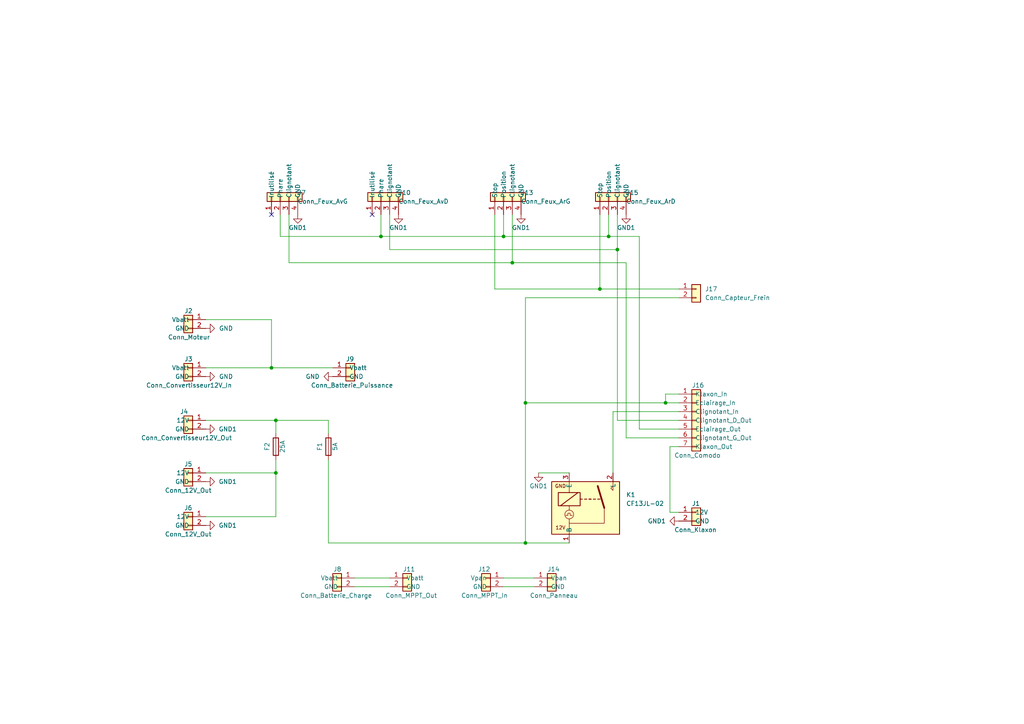
<source format=kicad_sch>
(kicad_sch (version 20211123) (generator eeschema)
  (paper "A4")
  (title_block (title "Boitier électrique vhéliotech") (date "2024-12-28") (company "Vélo solaire pour tous") (comment 1 "Licence CERN-OHL-S version 2"))
  (lib_symbols
    (symbol "Conn_Feux_Arriere_1" (pin_names (offset 1.016))
      (property "Reference" "J" (at 0 5.08 0))
      (property "Value" "Conn_Feux_Arriere_1" (at 0 -7.62 0))
      (symbol "Conn_Feux_Arriere_1_1_1"
        (rectangle (start -1.27 -4.953) (end 0 -5.207) (stroke (width 0.1524)))
        (rectangle (start -1.27 -2.413) (end 0 -2.667) (stroke (width 0.1524)))
        (rectangle (start -1.27 0.127) (end 0 -0.127) (stroke (width 0.1524)))
        (rectangle (start -1.27 2.667) (end 0 2.413) (stroke (width 0.1524)))
        (rectangle (start -1.27 3.81) (end 1.27 -6.35) (stroke (width 0.254)) (fill (type background)))
        (pin passive line (at -5.08 2.54 0) (length 3.81) (name "Stop") (number "1"))
        (pin passive line (at -5.08 0 0) (length 3.81) (name "Position") (number "2"))
        (pin passive line (at -5.08 -2.54 0) (length 3.81) (name "Clignotant") (number "3"))
        (pin power_in line (at -5.08 -5.08 0) (length 3.81) (name "GND") (number "4"))
      )
    )
    (symbol "Conn_Feux_Avant_1" (pin_names (offset 1.016))
      (property "Reference" "J" (at 0 5.08 0))
      (property "Value" "Conn_Feux_Avant_1" (at 0 -7.62 0))
      (symbol "Conn_Feux_Avant_1_1_1"
        (rectangle (start -1.27 -4.953) (end 0 -5.207) (stroke (width 0.1524)))
        (rectangle (start -1.27 -2.413) (end 0 -2.667) (stroke (width 0.1524)))
        (rectangle (start -1.27 0.127) (end 0 -0.127) (stroke (width 0.1524)))
        (rectangle (start -1.27 2.667) (end 0 2.413) (stroke (width 0.1524)))
        (rectangle (start -1.27 3.81) (end 1.27 -6.35) (stroke (width 0.254)) (fill (type background)))
        (pin passive line (at -5.08 2.54 0) (length 3.81) (name "Inutilisé") (number "1"))
        (pin passive line (at -5.08 0 0) (length 3.81) (name "Phare") (number "2"))
        (pin passive line (at -5.08 -2.54 0) (length 3.81) (name "Clignotant") (number "3"))
        (pin power_in line (at -5.08 -5.08 0) (length 3.81) (name "GND") (number "4"))
      )
    )
    (symbol "Connector_Generic:Conn_01x02" (pin_names (offset 1.016) hide)
      (property "Reference" "J" (at 0 2.54 0))
      (property "Value" "Conn_01x02" (at 0 -5.08 0))
      (symbol "Conn_01x02_1_1"
        (rectangle (start -1.27 -2.413) (end 0 -2.667) (stroke (width 0.1524)))
        (rectangle (start -1.27 0.127) (end 0 -0.127) (stroke (width 0.1524)))
        (rectangle (start -1.27 1.27) (end 1.27 -3.81) (stroke (width 0.254)) (fill (type background)))
        (pin passive line (at -5.08 0 0) (length 3.81) (name "Pin_1") (number "1"))
        (pin passive line (at -5.08 -2.54 0) (length 3.81) (name "Pin_2") (number "2"))
      )
    )
    (symbol "circuit:CF13JL-02"
      (property "Reference" "K" (at 11.43 3.81 0))
      (property "Value" "CF13JL-02" (at 17.78 1.27 0))
      (symbol "CF13JL-02_0_1"
        (circle (center -5.08 -4.445) (radius 1.27))
        (polyline (pts (xy -5.08 -6.985) (xy -5.08 -5.715)))
        (polyline (pts (xy -6.096 -4.699) (xy -5.461 -4.699) (xy -5.461 -4.064) (xy -4.826 -4.064) (xy -4.826 -4.699) (xy -4.191 -4.699)))
      )
      (symbol "CF13JL-02_1_1"
        (rectangle (start -10.16 5.08) (end 9.525 -10.16) (stroke (width 0.254)) (fill (type background)))
        (rectangle (start -8.255 1.905) (end -1.905 -1.905) (stroke (width 0.254)))
        (polyline (pts (xy -7.62 -1.905) (xy -2.54 1.905)) (stroke (width 0.254)))
        (polyline (pts (xy -5.08 -10.16) (xy -5.08 -6.985)))
        (polyline (pts (xy -5.08 -3.175) (xy -5.08 -1.905)))
        (polyline (pts (xy -5.08 5.08) (xy -5.08 1.905)))
        (polyline (pts (xy -1.905 0) (xy -1.27 0)) (stroke (width 0.254)))
        (polyline (pts (xy -0.635 0) (xy 0 0)) (stroke (width 0.254)))
        (polyline (pts (xy 0.635 0) (xy 1.27 0)) (stroke (width 0.254)))
        (polyline (pts (xy 0.635 0) (xy 1.27 0)) (stroke (width 0.254)))
        (polyline (pts (xy 1.905 0) (xy 2.54 0)) (stroke (width 0.254)))
        (polyline (pts (xy 3.175 0) (xy 3.81 0)) (stroke (width 0.254)))
        (polyline (pts (xy 5.08 -6.985) (xy -5.08 -6.985)))
        (polyline (pts (xy 5.08 -2.54) (xy 3.175 3.81)) (stroke (width 0.508)))
        (polyline (pts (xy 5.08 -2.54) (xy 5.08 -6.985)))
        (polyline (pts (xy 7.62 3.81) (xy 7.62 5.08)))
        (polyline (pts (xy 7.62 3.81) (xy 7.62 2.54) (xy 6.985 3.175) (xy 7.62 3.81)))
        (text "12V" (at -7.62 -8.255 0) (effects (font (size 1.016 1.016))))
        (text "GND" (at -7.62 3.81 0) (effects (font (size 1.016 1.016))))
        (pin passive line (at -5.08 -12.7 90) (length 2.54) (name "B") (number "1"))
        (pin passive line (at 7.62 7.62 270) (length 2.54) (name "L") (number "2"))
        (pin passive line (at -5.08 7.62 270) (length 2.54) (name "E") (number "3"))
      )
    )
    (symbol "circuit:Conn_12V_Out" (pin_names (offset 1.016))
      (property "Reference" "J" (at 0 2.54 0))
      (property "Value" "Conn_12V_Out" (at 0 -5.08 0))
      (symbol "Conn_12V_Out_1_1"
        (rectangle (start -1.27 -2.413) (end 0 -2.667) (stroke (width 0.1524)))
        (rectangle (start -1.27 0.127) (end 0 -0.127) (stroke (width 0.1524)))
        (rectangle (start -1.27 1.27) (end 1.27 -3.81) (stroke (width 0.254)) (fill (type background)))
        (pin power_in line (at -5.08 0 0) (length 3.81) (name "12V") (number "1"))
        (pin power_in line (at -5.08 -2.54 0) (length 3.81) (name "GND") (number "2"))
      )
    )
    (symbol "circuit:Conn_Batterie_Charge" (pin_names (offset 1.016))
      (property "Reference" "J" (at 0 2.54 0))
      (property "Value" "Conn_Batterie_Charge" (at 0 -5.08 0))
      (symbol "Conn_Batterie_Charge_1_1"
        (rectangle (start -1.27 -2.413) (end 0 -2.667) (stroke (width 0.1524)))
        (rectangle (start -1.27 0.127) (end 0 -0.127) (stroke (width 0.1524)))
        (rectangle (start -1.27 1.27) (end 1.27 -3.81) (stroke (width 0.254)) (fill (type background)))
        (pin power_in line (at -5.08 0 0) (length 3.81) (name "Vbatt") (number "1"))
        (pin power_in line (at -5.08 -2.54 0) (length 3.81) (name "GND") (number "2"))
      )
    )
    (symbol "circuit:Conn_Batterie_Puissance" (pin_names (offset 1.016))
      (property "Reference" "J" (at 0 2.54 0))
      (property "Value" "Conn_Batterie_Puissance" (at 0 -5.08 0))
      (symbol "Conn_Batterie_Puissance_1_1"
        (rectangle (start -1.27 -2.413) (end 0 -2.667) (stroke (width 0.1524)))
        (rectangle (start -1.27 0.127) (end 0 -0.127) (stroke (width 0.1524)))
        (rectangle (start -1.27 1.27) (end 1.27 -3.81) (stroke (width 0.254)) (fill (type background)))
        (pin power_out line (at -5.08 0 0) (length 3.81) (name "Vbatt") (number "1"))
        (pin power_out line (at -5.08 -2.54 0) (length 3.81) (name "GND") (number "2"))
      )
    )
    (symbol "circuit:Conn_Comodo" (pin_names (offset 1.016))
      (property "Reference" "J" (at 0 10.16 0))
      (property "Value" "Conn_Comodo" (at 0 -10.16 0))
      (symbol "Conn_Comodo_1_1"
        (rectangle (start -1.27 -7.493) (end 0 -7.747) (stroke (width 0.1524)))
        (rectangle (start -1.27 -4.953) (end 0 -5.207) (stroke (width 0.1524)))
        (rectangle (start -1.27 -2.413) (end 0 -2.667) (stroke (width 0.1524)))
        (rectangle (start -1.27 0.127) (end 0 -0.127) (stroke (width 0.1524)))
        (rectangle (start -1.27 2.667) (end 0 2.413) (stroke (width 0.1524)))
        (rectangle (start -1.27 5.207) (end 0 4.953) (stroke (width 0.1524)))
        (rectangle (start -1.27 7.747) (end 0 7.493) (stroke (width 0.1524)))
        (rectangle (start -1.27 8.89) (end 1.27 -8.89) (stroke (width 0.254)) (fill (type background)))
        (pin power_in line (at -5.08 7.62 0) (length 3.81) (name "Klaxon_In") (number "1"))
        (pin power_in line (at -5.08 5.08 0) (length 3.81) (name "Eclairage_In") (number "2"))
        (pin passive line (at -5.08 2.54 0) (length 3.81) (name "Clignotant_In") (number "3"))
        (pin passive line (at -5.08 0 0) (length 3.81) (name "Clignotant_D_Out") (number "4"))
        (pin passive line (at -5.08 -2.54 0) (length 3.81) (name "Eclairage_Out") (number "5"))
        (pin passive line (at -5.08 -5.08 0) (length 3.81) (name "Clignotant_G_Out") (number "6"))
        (pin passive line (at -5.08 -7.62 0) (length 3.81) (name "Klaxon_Out") (number "7"))
      )
    )
    (symbol "circuit:Conn_Convertisseur12V_In" (pin_names (offset 1.016))
      (property "Reference" "J" (at 0 2.54 0))
      (property "Value" "Conn_Convertisseur12V_In" (at 0 -5.08 0))
      (symbol "Conn_Convertisseur12V_In_1_1"
        (rectangle (start -1.27 -2.413) (end 0 -2.667) (stroke (width 0.1524)))
        (rectangle (start -1.27 0.127) (end 0 -0.127) (stroke (width 0.1524)))
        (rectangle (start -1.27 1.27) (end 1.27 -3.81) (stroke (width 0.254)) (fill (type background)))
        (pin power_in line (at -5.08 0 0) (length 3.81) (name "Vbatt") (number "1"))
        (pin power_in line (at -5.08 -2.54 0) (length 3.81) (name "GND") (number "2"))
      )
    )
    (symbol "circuit:Conn_Convertisseur12V_Out" (pin_names (offset 1.016))
      (property "Reference" "J" (at 0 2.54 0))
      (property "Value" "Conn_Convertisseur12V_Out" (at 0 -5.08 0))
      (symbol "Conn_Convertisseur12V_Out_1_1"
        (rectangle (start -1.27 -2.413) (end 0 -2.667) (stroke (width 0.1524)))
        (rectangle (start -1.27 0.127) (end 0 -0.127) (stroke (width 0.1524)))
        (rectangle (start -1.27 1.27) (end 1.27 -3.81) (stroke (width 0.254)) (fill (type background)))
        (pin power_out line (at -5.08 0 0) (length 3.81) (name "12V") (number "1"))
        (pin power_out line (at -5.08 -2.54 0) (length 3.81) (name "GND") (number "2"))
      )
    )
    (symbol "circuit:Conn_Feux_Arriere" (pin_names (offset 1.016))
      (property "Reference" "J" (at 0 5.08 0))
      (property "Value" "Conn_Feux_Arriere" (at 0 -7.62 0))
      (symbol "Conn_Feux_Arriere_1_1"
        (rectangle (start -1.27 -4.953) (end 0 -5.207) (stroke (width 0.1524)))
        (rectangle (start -1.27 -2.413) (end 0 -2.667) (stroke (width 0.1524)))
        (rectangle (start -1.27 0.127) (end 0 -0.127) (stroke (width 0.1524)))
        (rectangle (start -1.27 2.667) (end 0 2.413) (stroke (width 0.1524)))
        (rectangle (start -1.27 3.81) (end 1.27 -6.35) (stroke (width 0.254)) (fill (type background)))
        (pin passive line (at -5.08 2.54 0) (length 3.81) (name "Stop") (number "1"))
        (pin passive line (at -5.08 0 0) (length 3.81) (name "Position") (number "2"))
        (pin passive line (at -5.08 -2.54 0) (length 3.81) (name "Clignotant") (number "3"))
        (pin power_in line (at -5.08 -5.08 0) (length 3.81) (name "GND") (number "4"))
      )
    )
    (symbol "circuit:Conn_Feux_Avant" (pin_names (offset 1.016))
      (property "Reference" "J" (at 0 5.08 0))
      (property "Value" "Conn_Feux_Avant" (at 0 -7.62 0))
      (symbol "Conn_Feux_Avant_1_1"
        (rectangle (start -1.27 -4.953) (end 0 -5.207) (stroke (width 0.1524)))
        (rectangle (start -1.27 -2.413) (end 0 -2.667) (stroke (width 0.1524)))
        (rectangle (start -1.27 0.127) (end 0 -0.127) (stroke (width 0.1524)))
        (rectangle (start -1.27 2.667) (end 0 2.413) (stroke (width 0.1524)))
        (rectangle (start -1.27 3.81) (end 1.27 -6.35) (stroke (width 0.254)) (fill (type background)))
        (pin passive line (at -5.08 2.54 0) (length 3.81) (name "Inutilisé") (number "1"))
        (pin passive line (at -5.08 0 0) (length 3.81) (name "Phare") (number "2"))
        (pin passive line (at -5.08 -2.54 0) (length 3.81) (name "Clignotant") (number "3"))
        (pin power_in line (at -5.08 -5.08 0) (length 3.81) (name "GND") (number "4"))
      )
    )
    (symbol "circuit:Conn_Klaxon" (pin_names (offset 1.016))
      (property "Reference" "J" (at 0 2.54 0))
      (property "Value" "Conn_Klaxon" (at 0 -5.08 0))
      (symbol "Conn_Klaxon_1_1"
        (rectangle (start -1.27 -2.413) (end 0 -2.667) (stroke (width 0.1524)))
        (rectangle (start -1.27 0.127) (end 0 -0.127) (stroke (width 0.1524)))
        (rectangle (start -1.27 1.27) (end 1.27 -3.81) (stroke (width 0.254)) (fill (type background)))
        (pin passive line (at -5.08 0 0) (length 3.81) (name "12V") (number "1"))
        (pin power_in line (at -5.08 -2.54 0) (length 3.81) (name "GND") (number "2"))
      )
    )
    (symbol "circuit:Conn_MPPT_In" (pin_names (offset 1.016))
      (property "Reference" "J" (at 0 2.54 0))
      (property "Value" "Conn_MPPT_In" (at 0 -5.08 0))
      (symbol "Conn_MPPT_In_1_1"
        (rectangle (start -1.27 -2.413) (end 0 -2.667) (stroke (width 0.1524)))
        (rectangle (start -1.27 0.127) (end 0 -0.127) (stroke (width 0.1524)))
        (rectangle (start -1.27 1.27) (end 1.27 -3.81) (stroke (width 0.254)) (fill (type background)))
        (pin power_in line (at -5.08 0 0) (length 3.81) (name "Vpan") (number "1"))
        (pin power_in line (at -5.08 -2.54 0) (length 3.81) (name "GND") (number "2"))
      )
    )
    (symbol "circuit:Conn_MPPT_Out" (pin_names (offset 1.016))
      (property "Reference" "J" (at 0 2.54 0))
      (property "Value" "Conn_MPPT_Out" (at 0 -5.08 0))
      (symbol "Conn_MPPT_Out_1_1"
        (rectangle (start -1.27 -2.413) (end 0 -2.667) (stroke (width 0.1524)))
        (rectangle (start -1.27 0.127) (end 0 -0.127) (stroke (width 0.1524)))
        (rectangle (start -1.27 1.27) (end 1.27 -3.81) (stroke (width 0.254)) (fill (type background)))
        (pin power_out line (at -5.08 0 0) (length 3.81) (name "Vbatt") (number "1"))
        (pin power_out line (at -5.08 -2.54 0) (length 3.81) (name "GND") (number "2"))
      )
    )
    (symbol "circuit:Conn_Moteur" (pin_names (offset 1.016))
      (property "Reference" "J" (at 0 2.54 0))
      (property "Value" "Conn_Moteur" (at 0 -5.08 0))
      (symbol "Conn_Moteur_1_1"
        (rectangle (start -1.27 -2.413) (end 0 -2.667) (stroke (width 0.1524)))
        (rectangle (start -1.27 0.127) (end 0 -0.127) (stroke (width 0.1524)))
        (rectangle (start -1.27 1.27) (end 1.27 -3.81) (stroke (width 0.254)) (fill (type background)))
        (pin power_in line (at -5.08 0 0) (length 3.81) (name "Vbatt") (number "1"))
        (pin power_in line (at -5.08 -2.54 0) (length 3.81) (name "GND") (number "2"))
      )
    )
    (symbol "circuit:Conn_Panneau" (pin_names (offset 1.016))
      (property "Reference" "J" (at 0 2.54 0))
      (property "Value" "Conn_Panneau" (at 0 -5.08 0))
      (symbol "Conn_Panneau_1_1"
        (rectangle (start -1.27 -2.413) (end 0 -2.667) (stroke (width 0.1524)))
        (rectangle (start -1.27 0.127) (end 0 -0.127) (stroke (width 0.1524)))
        (rectangle (start -1.27 1.27) (end 1.27 -3.81) (stroke (width 0.254)) (fill (type background)))
        (pin power_out line (at -5.08 0 0) (length 3.81) (name "Vpan") (number "1"))
        (pin power_out line (at -5.08 -2.54 0) (length 3.81) (name "GND") (number "2"))
      )
    )
    (symbol "circuit:Fuse" (pin_numbers hide) (pin_names (offset 0))
      (property "Reference" "F" (at 2.032 0 90))
      (property "Value" "Fuse" (at -1.905 0 90))
      (symbol "Fuse_0_1"
        (rectangle (start -0.762 -2.54) (end 0.762 2.54) (stroke (width 0.254)))
        (polyline (pts (xy 0 2.54) (xy 0 -2.54)))
      )
      (symbol "Fuse_1_1"
        (pin power_out line (at 0 3.81 270) (length 1.27) (name "~") (number "1"))
        (pin power_in line (at 0 -3.81 90) (length 1.27) (name "~") (number "2"))
      )
    )
    (symbol "power:GND" (power) (pin_names (offset 0))
      (property "Value" "GND" (at 0 -3.81 0))
      (symbol "GND_0_1"
        (polyline (pts (xy 0 0) (xy 0 -1.27) (xy 1.27 -1.27) (xy 0 -2.54) (xy -1.27 -1.27) (xy 0 -1.27)))
      )
      (symbol "GND_1_1"
        (pin power_in line (at 0 0 270) (length 0) hide (name "GND") (number "1"))
      )
    )
    (symbol "power:GND1" (power) (pin_names (offset 0))
      (property "Value" "GND1" (at 0 -3.81 0))
      (symbol "GND1_0_1"
        (polyline (pts (xy 0 0) (xy 0 -1.27) (xy 1.27 -1.27) (xy 0 -2.54) (xy -1.27 -1.27) (xy 0 -1.27)))
      )
      (symbol "GND1_1_1"
        (pin power_in line (at 0 0 270) (length 0) hide (name "GND1") (number "1"))
      )
    )
  )
  (junction (at 80.01 121.92))
  (junction (at 193.04 116.84))
  (junction (at 148.59 76.2))
  (junction (at 78.74 106.68))
  (junction (at 110.49 68.58))
  (junction (at 80.01 137.16))
  (junction (at 146.05 68.58))
  (junction (at 173.99 83.82))
  (junction (at 152.4 157.48))
  (junction (at 176.53 68.58))
  (junction (at 179.07 72.39))
  (junction (at 152.4 116.84))
  (no_connect (at 78.74 62.23))
  (no_connect (at 107.95 62.23))
  (wire (pts (xy 78.74 92.71) (xy 59.69 92.71)))
  (wire (pts (xy 110.49 68.58) (xy 81.28 68.58)))
  (wire (pts (xy 59.69 121.92) (xy 80.01 121.92)))
  (wire (pts (xy 193.04 114.3) (xy 196.85 114.3)))
  (wire (pts (xy 102.87 167.64) (xy 113.03 167.64)))
  (wire (pts (xy 176.53 62.23) (xy 176.53 68.58)))
  (wire (pts (xy 80.01 121.92) (xy 80.01 125.73)))
  (wire (pts (xy 148.59 62.23) (xy 148.59 76.2)))
  (wire (pts (xy 95.25 133.35) (xy 95.25 157.48)))
  (wire (pts (xy 59.69 106.68) (xy 78.74 106.68)))
  (wire (pts (xy 177.8 119.38) (xy 196.85 119.38)))
  (wire (pts (xy 179.07 72.39) (xy 113.03 72.39)))
  (wire (pts (xy 110.49 62.23) (xy 110.49 68.58)))
  (wire (pts (xy 193.04 116.84) (xy 152.4 116.84)))
  (wire (pts (xy 181.61 127) (xy 196.85 127)))
  (wire (pts (xy 95.25 125.73) (xy 95.25 121.92)))
  (wire (pts (xy 194.31 148.59) (xy 196.85 148.59)))
  (wire (pts (xy 152.4 116.84) (xy 152.4 86.36)))
  (wire (pts (xy 196.85 83.82) (xy 173.99 83.82)))
  (wire (pts (xy 173.99 83.82) (xy 173.99 62.23)))
  (wire (pts (xy 196.85 116.84) (xy 193.04 116.84)))
  (wire (pts (xy 185.42 68.58) (xy 185.42 124.46)))
  (wire (pts (xy 177.8 137.16) (xy 177.8 119.38)))
  (wire (pts (xy 156.21 137.16) (xy 165.1 137.16)))
  (wire (pts (xy 143.51 83.82) (xy 143.51 62.23)))
  (wire (pts (xy 83.82 76.2) (xy 83.82 62.23)))
  (wire (pts (xy 80.01 137.16) (xy 80.01 149.86)))
  (wire (pts (xy 78.74 106.68) (xy 96.52 106.68)))
  (wire (pts (xy 80.01 121.92) (xy 95.25 121.92)))
  (wire (pts (xy 179.07 121.92) (xy 196.85 121.92)))
  (wire (pts (xy 152.4 86.36) (xy 196.85 86.36)))
  (wire (pts (xy 59.69 137.16) (xy 80.01 137.16)))
  (wire (pts (xy 194.31 129.54) (xy 194.31 148.59)))
  (wire (pts (xy 110.49 68.58) (xy 146.05 68.58)))
  (wire (pts (xy 152.4 116.84) (xy 152.4 157.48)))
  (wire (pts (xy 146.05 62.23) (xy 146.05 68.58)))
  (wire (pts (xy 148.59 76.2) (xy 83.82 76.2)))
  (wire (pts (xy 181.61 76.2) (xy 181.61 127)))
  (wire (pts (xy 165.1 157.48) (xy 152.4 157.48)))
  (wire (pts (xy 78.74 106.68) (xy 78.74 92.71)))
  (wire (pts (xy 173.99 83.82) (xy 143.51 83.82)))
  (wire (pts (xy 193.04 116.84) (xy 193.04 114.3)))
  (wire (pts (xy 152.4 157.48) (xy 95.25 157.48)))
  (wire (pts (xy 113.03 72.39) (xy 113.03 62.23)))
  (wire (pts (xy 179.07 72.39) (xy 179.07 121.92)))
  (wire (pts (xy 146.05 170.18) (xy 154.94 170.18)))
  (wire (pts (xy 196.85 129.54) (xy 194.31 129.54)))
  (wire (pts (xy 148.59 76.2) (xy 181.61 76.2)))
  (wire (pts (xy 146.05 167.64) (xy 154.94 167.64)))
  (wire (pts (xy 179.07 62.23) (xy 179.07 72.39)))
  (wire (pts (xy 185.42 124.46) (xy 196.85 124.46)))
  (wire (pts (xy 80.01 133.35) (xy 80.01 137.16)))
  (wire (pts (xy 80.01 149.86) (xy 59.69 149.86)))
  (wire (pts (xy 146.05 68.58) (xy 176.53 68.58)))
  (wire (pts (xy 102.87 170.18) (xy 113.03 170.18)))
  (wire (pts (xy 176.53 68.58) (xy 185.42 68.58)))
  (wire (pts (xy 81.28 68.58) (xy 81.28 62.23)))
  (symbol (lib_id "power:GND") (at 59.69 95.25 90) (unit 1)
    (property "Reference" "#PWR0101" (effects hide))
    (property "Value" "GND" (at 63.5 95.2499 90) (effects (justify right)))
  )
  (symbol (lib_id "circuit:Conn_Convertisseur12V_In") (at 54.61 106.68 0) (mirror y) (unit 1)
    (property "Reference" "J3" (at 55.88 104.14 0) (effects (justify left)))
    (property "Value" "Conn_Convertisseur12V_In" (at 67.31 111.76 0) (effects (justify left)))
  )
  (symbol (lib_id "power:GND1") (at 86.36 62.23 0) (unit 1)
    (property "Reference" "#PWR0105" (effects hide))
    (property "Value" "GND1" (at 86.36 66.04 0))
  )
  (symbol (lib_name "Conn_Feux_Avant_1") (lib_id "circuit:Conn_Feux_Avant") (at 110.49 57.15 90) (unit 1)
    (property "Reference" "J10" (at 115.57 55.8799 90) (effects (justify right)))
    (property "Value" "Conn_Feux_AvD" (at 115.57 58.4199 90) (effects (justify right)))
  )
  (symbol (lib_id "circuit:CF13JL-02") (at 170.18 144.78 0) (unit 1)
    (property "Reference" "K1" (at 181.61 143.5099 0) (effects (justify left)))
    (property "Value" "CF13JL-02" (at 181.61 146.0499 0) (effects (justify left)))
  )
  (symbol (lib_id "circuit:Fuse") (at 80.01 129.54 180) (unit 1)
    (property "Reference" "F2" (at 77.47 129.54 90))
    (property "Value" "25A" (at 81.915 129.54 90))
  )
  (symbol (lib_id "power:GND1") (at 59.69 152.4 90) (unit 1)
    (property "Reference" "#PWR0110" (effects hide))
    (property "Value" "GND1" (at 66.04 152.4 90))
  )
  (symbol (lib_id "power:GND") (at 96.52 109.22 270) (unit 1)
    (property "Reference" "#PWR0111" (effects hide))
    (property "Value" "GND" (at 92.71 109.2199 90) (effects (justify right)))
  )
  (symbol (lib_id "circuit:Conn_Klaxon") (at 201.93 148.59 0) (unit 1)
    (property "Reference" "J1" (at 200.66 146.05 0) (effects (justify left)))
    (property "Value" "Conn_Klaxon" (at 195.58 153.67 0) (effects (justify left)))
  )
  (symbol (lib_id "circuit:Conn_12V_Out") (at 54.61 137.16 0) (mirror y) (unit 1)
    (property "Reference" "J5" (at 54.61 134.62 0))
    (property "Value" "Conn_12V_Out" (at 54.61 142.24 0))
  )
  (symbol (lib_id "power:GND1") (at 115.57 62.23 0) (unit 1)
    (property "Reference" "#PWR0106" (effects hide))
    (property "Value" "GND1" (at 115.57 66.04 0))
  )
  (symbol (lib_id "power:GND1") (at 59.69 124.46 90) (unit 1)
    (property "Reference" "#PWR0103" (effects hide))
    (property "Value" "GND1" (at 66.04 124.46 90))
  )
  (symbol (lib_name "Conn_Feux_Arriere_1") (lib_id "circuit:Conn_Feux_Arriere") (at 146.05 57.15 90) (unit 1)
    (property "Reference" "J13" (at 151.13 55.8799 90) (effects (justify right)))
    (property "Value" "Conn_Feux_ArG" (at 151.13 58.4199 90) (effects (justify right)))
  )
  (symbol (lib_id "circuit:Conn_Batterie_Puissance") (at 101.6 106.68 0) (unit 1)
    (property "Reference" "J9" (at 100.33 104.14 0) (effects (justify left)))
    (property "Value" "Conn_Batterie_Puissance" (at 90.17 111.76 0) (effects (justify left)))
  )
  (symbol (lib_id "circuit:Conn_Moteur") (at 54.61 92.71 0) (mirror y) (unit 1)
    (property "Reference" "J2" (at 55.88 90.17 0) (effects (justify left)))
    (property "Value" "Conn_Moteur" (at 60.96 97.79 0) (effects (justify left)))
  )
  (symbol (lib_id "power:GND1") (at 196.85 151.13 270) (mirror x) (unit 1)
    (property "Reference" "#PWR0102" (effects hide))
    (property "Value" "GND1" (at 190.5 151.13 90))
  )
  (symbol (lib_id "circuit:Conn_Convertisseur12V_Out") (at 54.61 121.92 0) (mirror y) (unit 1)
    (property "Reference" "J4" (at 54.61 119.38 0) (effects (justify left)))
    (property "Value" "Conn_Convertisseur12V_Out" (at 67.31 127 0) (effects (justify left)))
  )
  (symbol (lib_id "circuit:Conn_MPPT_In") (at 140.97 167.64 0) (mirror y) (unit 1)
    (property "Reference" "J12" (at 142.24 165.1 0) (effects (justify left)))
    (property "Value" "Conn_MPPT_In" (at 147.32 172.72 0) (effects (justify left)))
  )
  (symbol (lib_id "circuit:Conn_Panneau") (at 160.02 167.64 0) (unit 1)
    (property "Reference" "J14" (at 158.75 165.1 0) (effects (justify left)))
    (property "Value" "Conn_Panneau" (at 153.67 172.72 0) (effects (justify left)))
  )
  (symbol (lib_id "circuit:Conn_Batterie_Charge") (at 97.79 167.64 0) (mirror y) (unit 1)
    (property "Reference" "J8" (at 99.06 165.1 0) (effects (justify left)))
    (property "Value" "Conn_Batterie_Charge" (at 107.95 172.72 0) (effects (justify left)))
  )
  (symbol (lib_id "circuit:Conn_Comodo") (at 201.93 121.92 0) (unit 1)
    (property "Reference" "J16" (at 200.66 111.76 0) (effects (justify left)))
    (property "Value" "Conn_Comodo" (at 195.58 132.08 0) (effects (justify left)))
  )
  (symbol (lib_id "power:GND1") (at 59.69 139.7 90) (unit 1)
    (property "Reference" "#PWR0109" (effects hide))
    (property "Value" "GND1" (at 66.04 139.7 90))
  )
  (symbol (lib_id "circuit:Fuse") (at 95.25 129.54 180) (unit 1)
    (property "Reference" "F1" (at 92.71 129.54 90))
    (property "Value" "5A" (at 97.155 129.54 90))
  )
  (symbol (lib_id "power:GND1") (at 156.21 137.16 0) (unit 1)
    (property "Reference" "#PWR0112" (effects hide))
    (property "Value" "GND1" (at 156.21 140.97 0))
  )
  (symbol (lib_id "circuit:Conn_12V_Out") (at 54.61 149.86 0) (mirror y) (unit 1)
    (property "Reference" "J6" (at 54.61 147.32 0))
    (property "Value" "Conn_12V_Out" (at 54.61 154.94 0))
  )
  (symbol (lib_id "circuit:Conn_Feux_Arriere") (at 176.53 57.15 90) (unit 1)
    (property "Reference" "J15" (at 181.61 55.8799 90) (effects (justify right)))
    (property "Value" "Conn_Feux_ArD" (at 181.61 58.4199 90) (effects (justify right)))
  )
  (symbol (lib_id "circuit:Conn_Feux_Avant") (at 81.28 57.15 90) (unit 1)
    (property "Reference" "J7" (at 86.36 55.8799 90) (effects (justify right)))
    (property "Value" "Conn_Feux_AvG" (at 86.36 58.4199 90) (effects (justify right)))
  )
  (symbol (lib_id "power:GND1") (at 181.61 62.23 0) (unit 1)
    (property "Reference" "#PWR0108" (effects hide))
    (property "Value" "GND1" (at 181.61 66.04 0))
  )
  (symbol (lib_id "power:GND") (at 59.69 109.22 90) (unit 1)
    (property "Reference" "#PWR0104" (effects hide))
    (property "Value" "GND" (at 63.5 109.2199 90) (effects (justify right)))
  )
  (symbol (lib_id "circuit:Conn_MPPT_Out") (at 118.11 167.64 0) (unit 1)
    (property "Reference" "J11" (at 116.84 165.1 0) (effects (justify left)))
    (property "Value" "Conn_MPPT_Out" (at 111.76 172.72 0) (effects (justify left)))
  )
  (symbol (lib_id "power:GND1") (at 151.13 62.23 0) (unit 1)
    (property "Reference" "#PWR0107" (effects hide))
    (property "Value" "GND1" (at 151.13 66.04 0))
  )
  (symbol (lib_id "Connector_Generic:Conn_01x02") (at 201.93 83.82 0) (unit 1)
    (property "Reference" "J17" (at 204.47 83.8199 0) (effects (justify left)))
    (property "Value" "Conn_Capteur_Frein" (at 204.47 86.3599 0) (effects (justify left)))
  )
)
</source>
